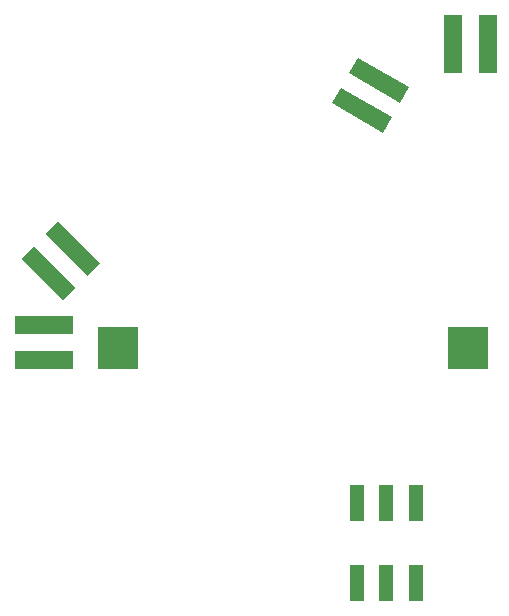
<source format=gbp>
G04 #@! TF.GenerationSoftware,KiCad,Pcbnew,7.0.2.1-36-g582732918d-dirty-deb11*
G04 #@! TF.CreationDate,2024-01-19T22:58:33+00:00*
G04 #@! TF.ProjectId,unicorn_simple,756e6963-6f72-46e5-9f73-696d706c652e,rev?*
G04 #@! TF.SameCoordinates,Original*
G04 #@! TF.FileFunction,Paste,Bot*
G04 #@! TF.FilePolarity,Positive*
%FSLAX46Y46*%
G04 Gerber Fmt 4.6, Leading zero omitted, Abs format (unit mm)*
G04 Created by KiCad (PCBNEW 7.0.2.1-36-g582732918d-dirty-deb11) date 2024-01-19 22:58:33*
%MOMM*%
%LPD*%
G01*
G04 APERTURE LIST*
%ADD10R,5.000000X1.524000*%
%ADD11R,1.524000X5.000000*%
%ADD12R,3.350000X3.600000*%
%ADD13R,1.300000X3.150000*%
G04 APERTURE END LIST*
D10*
X173750000Y-91900000D03*
X173750000Y-94840000D03*
D11*
X211300000Y-68150000D03*
X208360000Y-68150000D03*
G36*
X200295840Y-69266051D02*
G01*
X204625968Y-71766051D01*
X203863968Y-73085873D01*
X199533840Y-70585873D01*
X200295840Y-69266051D01*
G37*
G36*
X198825840Y-71812166D02*
G01*
X203155968Y-74312166D01*
X202393968Y-75631988D01*
X198063840Y-73131988D01*
X198825840Y-71812166D01*
G37*
G36*
X174937774Y-83138824D02*
G01*
X178473308Y-86674358D01*
X177395678Y-87751988D01*
X173860144Y-84216454D01*
X174937774Y-83138824D01*
G37*
G36*
X172858880Y-85217718D02*
G01*
X176394414Y-88753252D01*
X175316784Y-89830882D01*
X171781250Y-86295348D01*
X172858880Y-85217718D01*
G37*
D12*
X179983500Y-93853000D03*
X209658500Y-93853000D03*
D13*
X205210000Y-106980000D03*
X202710000Y-106980000D03*
X200210000Y-106980000D03*
X205210000Y-113730000D03*
X202710000Y-113730000D03*
X200210000Y-113730000D03*
M02*

</source>
